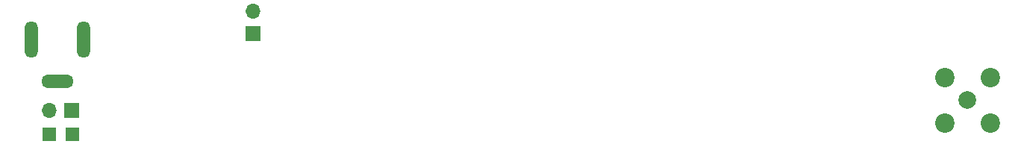
<source format=gbs>
%TF.GenerationSoftware,KiCad,Pcbnew,(6.0.2)*%
%TF.CreationDate,2022-05-29T21:50:20-07:00*%
%TF.ProjectId,peregrine,70657265-6772-4696-9e65-2e6b69636164,3*%
%TF.SameCoordinates,Original*%
%TF.FileFunction,Soldermask,Bot*%
%TF.FilePolarity,Negative*%
%FSLAX46Y46*%
G04 Gerber Fmt 4.6, Leading zero omitted, Abs format (unit mm)*
G04 Created by KiCad (PCBNEW (6.0.2)) date 2022-05-29 21:50:20*
%MOMM*%
%LPD*%
G01*
G04 APERTURE LIST*
%ADD10R,1.500000X1.500000*%
%ADD11R,1.700000X1.700000*%
%ADD12O,1.700000X1.700000*%
%ADD13C,2.000000*%
%ADD14C,2.200000*%
%ADD15O,1.500000X4.150000*%
%ADD16O,3.650000X1.500000*%
G04 APERTURE END LIST*
D10*
%TO.C,TP1*%
X100300000Y-112413575D03*
%TD*%
%TO.C,TP2*%
X97700000Y-112413575D03*
%TD*%
D11*
%TO.C,J2*%
X100240000Y-109713575D03*
D12*
X97700000Y-109713575D03*
%TD*%
D11*
%TO.C,J3*%
X120800000Y-101013575D03*
D12*
X120800000Y-98473575D03*
%TD*%
D13*
%TO.C,J4*%
X201850000Y-108569598D03*
D14*
X199275000Y-105994598D03*
X199275000Y-111144598D03*
X204425000Y-111144598D03*
X204425000Y-105994598D03*
%TD*%
D15*
%TO.C,J1*%
X101600000Y-101713575D03*
D16*
X98600000Y-106413575D03*
D15*
X95600000Y-101713575D03*
%TD*%
M02*

</source>
